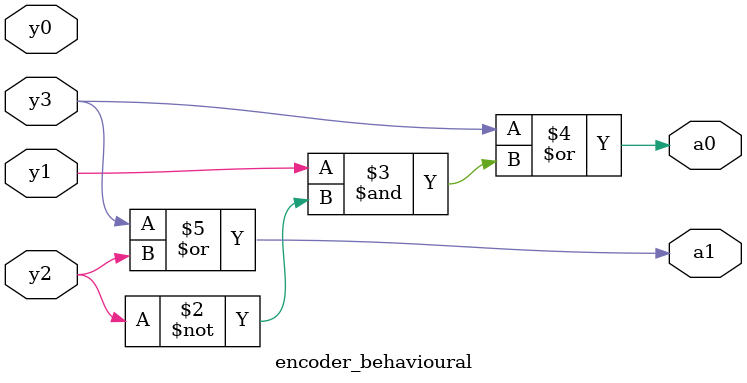
<source format=v>
`timescale 1ns / 1ps
module encoder_behavioural(y3,y2,y1,y0,a1,a0);
	 input y3,y2,y1,y0;
     output reg a1,a0;
    
	 always @ (a0,a1)
	 begin
	 a0=y3|(y1&~y2);
     a1=y3|y2;

end
endmodule

</source>
